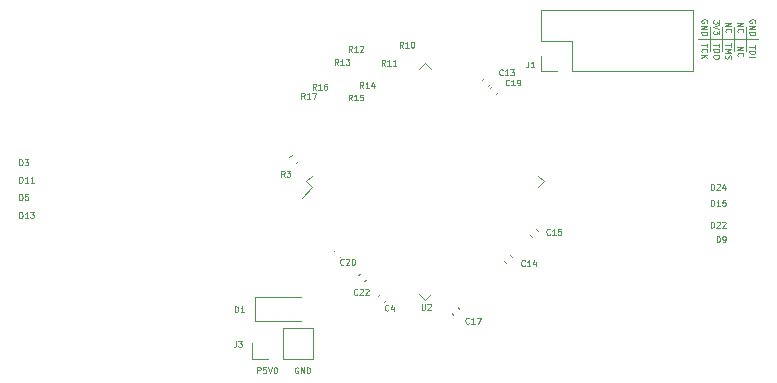
<source format=gbr>
%TF.GenerationSoftware,KiCad,Pcbnew,(5.1.10)-1*%
%TF.CreationDate,2021-07-24T11:21:25+02:00*%
%TF.ProjectId,Trugbild,54727567-6269-46c6-942e-6b696361645f,rev?*%
%TF.SameCoordinates,Original*%
%TF.FileFunction,Legend,Top*%
%TF.FilePolarity,Positive*%
%FSLAX46Y46*%
G04 Gerber Fmt 4.6, Leading zero omitted, Abs format (unit mm)*
G04 Created by KiCad (PCBNEW (5.1.10)-1) date 2021-07-24 11:21:25*
%MOMM*%
%LPD*%
G01*
G04 APERTURE LIST*
%ADD10C,0.125000*%
%ADD11C,0.120000*%
G04 APERTURE END LIST*
D10*
X138355047Y-118954000D02*
X138307428Y-118930190D01*
X138236000Y-118930190D01*
X138164571Y-118954000D01*
X138116952Y-119001619D01*
X138093142Y-119049238D01*
X138069333Y-119144476D01*
X138069333Y-119215904D01*
X138093142Y-119311142D01*
X138116952Y-119358761D01*
X138164571Y-119406380D01*
X138236000Y-119430190D01*
X138283619Y-119430190D01*
X138355047Y-119406380D01*
X138378857Y-119382571D01*
X138378857Y-119215904D01*
X138283619Y-119215904D01*
X138593142Y-119430190D02*
X138593142Y-118930190D01*
X138878857Y-119430190D01*
X138878857Y-118930190D01*
X139116952Y-119430190D02*
X139116952Y-118930190D01*
X139236000Y-118930190D01*
X139307428Y-118954000D01*
X139355047Y-119001619D01*
X139378857Y-119049238D01*
X139402666Y-119144476D01*
X139402666Y-119215904D01*
X139378857Y-119311142D01*
X139355047Y-119358761D01*
X139307428Y-119406380D01*
X139236000Y-119430190D01*
X139116952Y-119430190D01*
X134914571Y-119430190D02*
X134914571Y-118930190D01*
X135105047Y-118930190D01*
X135152666Y-118954000D01*
X135176476Y-118977809D01*
X135200285Y-119025428D01*
X135200285Y-119096857D01*
X135176476Y-119144476D01*
X135152666Y-119168285D01*
X135105047Y-119192095D01*
X134914571Y-119192095D01*
X135652666Y-118930190D02*
X135414571Y-118930190D01*
X135390761Y-119168285D01*
X135414571Y-119144476D01*
X135462190Y-119120666D01*
X135581238Y-119120666D01*
X135628857Y-119144476D01*
X135652666Y-119168285D01*
X135676476Y-119215904D01*
X135676476Y-119334952D01*
X135652666Y-119382571D01*
X135628857Y-119406380D01*
X135581238Y-119430190D01*
X135462190Y-119430190D01*
X135414571Y-119406380D01*
X135390761Y-119382571D01*
X135819333Y-118930190D02*
X135986000Y-119430190D01*
X136152666Y-118930190D01*
X136414571Y-118930190D02*
X136462190Y-118930190D01*
X136509809Y-118954000D01*
X136533619Y-118977809D01*
X136557428Y-119025428D01*
X136581238Y-119120666D01*
X136581238Y-119239714D01*
X136557428Y-119334952D01*
X136533619Y-119382571D01*
X136509809Y-119406380D01*
X136462190Y-119430190D01*
X136414571Y-119430190D01*
X136366952Y-119406380D01*
X136343142Y-119382571D01*
X136319333Y-119334952D01*
X136295523Y-119239714D01*
X136295523Y-119120666D01*
X136319333Y-119025428D01*
X136343142Y-118977809D01*
X136366952Y-118954000D01*
X136414571Y-118930190D01*
X175567809Y-91793142D02*
X176067809Y-91793142D01*
X175567809Y-92078857D01*
X176067809Y-92078857D01*
X175615428Y-92602666D02*
X175591619Y-92578857D01*
X175567809Y-92507428D01*
X175567809Y-92459809D01*
X175591619Y-92388380D01*
X175639238Y-92340761D01*
X175686857Y-92316952D01*
X175782095Y-92293142D01*
X175853523Y-92293142D01*
X175948761Y-92316952D01*
X175996380Y-92340761D01*
X176044000Y-92388380D01*
X176067809Y-92459809D01*
X176067809Y-92507428D01*
X176044000Y-92578857D01*
X176020190Y-92602666D01*
X175051809Y-91519333D02*
X175051809Y-91805047D01*
X174551809Y-91662190D02*
X175051809Y-91662190D01*
X174551809Y-91971714D02*
X175051809Y-91971714D01*
X174694666Y-92138380D01*
X175051809Y-92305047D01*
X174551809Y-92305047D01*
X174575619Y-92519333D02*
X174551809Y-92590761D01*
X174551809Y-92709809D01*
X174575619Y-92757428D01*
X174599428Y-92781238D01*
X174647047Y-92805047D01*
X174694666Y-92805047D01*
X174742285Y-92781238D01*
X174766095Y-92757428D01*
X174789904Y-92709809D01*
X174813714Y-92614571D01*
X174837523Y-92566952D01*
X174861333Y-92543142D01*
X174908952Y-92519333D01*
X174956571Y-92519333D01*
X175004190Y-92543142D01*
X175028000Y-92566952D01*
X175051809Y-92614571D01*
X175051809Y-92733619D01*
X175028000Y-92805047D01*
X174035809Y-91531238D02*
X174035809Y-91816952D01*
X173535809Y-91674095D02*
X174035809Y-91674095D01*
X173535809Y-91983619D02*
X174035809Y-91983619D01*
X174035809Y-92102666D01*
X174012000Y-92174095D01*
X173964380Y-92221714D01*
X173916761Y-92245523D01*
X173821523Y-92269333D01*
X173750095Y-92269333D01*
X173654857Y-92245523D01*
X173607238Y-92221714D01*
X173559619Y-92174095D01*
X173535809Y-92102666D01*
X173535809Y-91983619D01*
X174035809Y-92578857D02*
X174035809Y-92674095D01*
X174012000Y-92721714D01*
X173964380Y-92769333D01*
X173869142Y-92793142D01*
X173702476Y-92793142D01*
X173607238Y-92769333D01*
X173559619Y-92721714D01*
X173535809Y-92674095D01*
X173535809Y-92578857D01*
X173559619Y-92531238D01*
X173607238Y-92483619D01*
X173702476Y-92459809D01*
X173869142Y-92459809D01*
X173964380Y-92483619D01*
X174012000Y-92531238D01*
X174035809Y-92578857D01*
X173019809Y-91543142D02*
X173019809Y-91828857D01*
X172519809Y-91686000D02*
X173019809Y-91686000D01*
X172567428Y-92281238D02*
X172543619Y-92257428D01*
X172519809Y-92186000D01*
X172519809Y-92138380D01*
X172543619Y-92066952D01*
X172591238Y-92019333D01*
X172638857Y-91995523D01*
X172734095Y-91971714D01*
X172805523Y-91971714D01*
X172900761Y-91995523D01*
X172948380Y-92019333D01*
X172996000Y-92066952D01*
X173019809Y-92138380D01*
X173019809Y-92186000D01*
X172996000Y-92257428D01*
X172972190Y-92281238D01*
X172519809Y-92495523D02*
X173019809Y-92495523D01*
X172519809Y-92781238D02*
X172805523Y-92566952D01*
X173019809Y-92781238D02*
X172734095Y-92495523D01*
X172996000Y-89773047D02*
X173019809Y-89725428D01*
X173019809Y-89654000D01*
X172996000Y-89582571D01*
X172948380Y-89534952D01*
X172900761Y-89511142D01*
X172805523Y-89487333D01*
X172734095Y-89487333D01*
X172638857Y-89511142D01*
X172591238Y-89534952D01*
X172543619Y-89582571D01*
X172519809Y-89654000D01*
X172519809Y-89701619D01*
X172543619Y-89773047D01*
X172567428Y-89796857D01*
X172734095Y-89796857D01*
X172734095Y-89701619D01*
X172519809Y-90011142D02*
X173019809Y-90011142D01*
X172519809Y-90296857D01*
X173019809Y-90296857D01*
X172519809Y-90534952D02*
X173019809Y-90534952D01*
X173019809Y-90654000D01*
X172996000Y-90725428D01*
X172948380Y-90773047D01*
X172900761Y-90796857D01*
X172805523Y-90820666D01*
X172734095Y-90820666D01*
X172638857Y-90796857D01*
X172591238Y-90773047D01*
X172543619Y-90725428D01*
X172519809Y-90654000D01*
X172519809Y-90534952D01*
X174035809Y-89534952D02*
X174035809Y-89844476D01*
X173845333Y-89677809D01*
X173845333Y-89749238D01*
X173821523Y-89796857D01*
X173797714Y-89820666D01*
X173750095Y-89844476D01*
X173631047Y-89844476D01*
X173583428Y-89820666D01*
X173559619Y-89796857D01*
X173535809Y-89749238D01*
X173535809Y-89606380D01*
X173559619Y-89558761D01*
X173583428Y-89534952D01*
X174035809Y-89987333D02*
X173535809Y-90154000D01*
X174035809Y-90320666D01*
X174035809Y-90439714D02*
X174035809Y-90749238D01*
X173845333Y-90582571D01*
X173845333Y-90654000D01*
X173821523Y-90701619D01*
X173797714Y-90725428D01*
X173750095Y-90749238D01*
X173631047Y-90749238D01*
X173583428Y-90725428D01*
X173559619Y-90701619D01*
X173535809Y-90654000D01*
X173535809Y-90511142D01*
X173559619Y-90463523D01*
X173583428Y-90439714D01*
X174551809Y-89761142D02*
X175051809Y-89761142D01*
X174551809Y-90046857D01*
X175051809Y-90046857D01*
X174599428Y-90570666D02*
X174575619Y-90546857D01*
X174551809Y-90475428D01*
X174551809Y-90427809D01*
X174575619Y-90356380D01*
X174623238Y-90308761D01*
X174670857Y-90284952D01*
X174766095Y-90261142D01*
X174837523Y-90261142D01*
X174932761Y-90284952D01*
X174980380Y-90308761D01*
X175028000Y-90356380D01*
X175051809Y-90427809D01*
X175051809Y-90475428D01*
X175028000Y-90546857D01*
X175004190Y-90570666D01*
X175567809Y-89761142D02*
X176067809Y-89761142D01*
X175567809Y-90046857D01*
X176067809Y-90046857D01*
X175615428Y-90570666D02*
X175591619Y-90546857D01*
X175567809Y-90475428D01*
X175567809Y-90427809D01*
X175591619Y-90356380D01*
X175639238Y-90308761D01*
X175686857Y-90284952D01*
X175782095Y-90261142D01*
X175853523Y-90261142D01*
X175948761Y-90284952D01*
X175996380Y-90308761D01*
X176044000Y-90356380D01*
X176067809Y-90427809D01*
X176067809Y-90475428D01*
X176044000Y-90546857D01*
X176020190Y-90570666D01*
X177060000Y-89773047D02*
X177083809Y-89725428D01*
X177083809Y-89654000D01*
X177060000Y-89582571D01*
X177012380Y-89534952D01*
X176964761Y-89511142D01*
X176869523Y-89487333D01*
X176798095Y-89487333D01*
X176702857Y-89511142D01*
X176655238Y-89534952D01*
X176607619Y-89582571D01*
X176583809Y-89654000D01*
X176583809Y-89701619D01*
X176607619Y-89773047D01*
X176631428Y-89796857D01*
X176798095Y-89796857D01*
X176798095Y-89701619D01*
X176583809Y-90011142D02*
X177083809Y-90011142D01*
X176583809Y-90296857D01*
X177083809Y-90296857D01*
X176583809Y-90534952D02*
X177083809Y-90534952D01*
X177083809Y-90654000D01*
X177060000Y-90725428D01*
X177012380Y-90773047D01*
X176964761Y-90796857D01*
X176869523Y-90820666D01*
X176798095Y-90820666D01*
X176702857Y-90796857D01*
X176655238Y-90773047D01*
X176607619Y-90725428D01*
X176583809Y-90654000D01*
X176583809Y-90534952D01*
X176302000Y-90154000D02*
X176302000Y-92186000D01*
X175286000Y-90154000D02*
X175286000Y-92186000D01*
X174270000Y-90154000D02*
X174270000Y-92186000D01*
X173254000Y-90154000D02*
X173254000Y-92186000D01*
X177318000Y-91170000D02*
X172238000Y-91170000D01*
X177083809Y-91674095D02*
X177083809Y-91959809D01*
X176583809Y-91816952D02*
X177083809Y-91816952D01*
X176583809Y-92126476D02*
X177083809Y-92126476D01*
X177083809Y-92245523D01*
X177060000Y-92316952D01*
X177012380Y-92364571D01*
X176964761Y-92388380D01*
X176869523Y-92412190D01*
X176798095Y-92412190D01*
X176702857Y-92388380D01*
X176655238Y-92364571D01*
X176607619Y-92316952D01*
X176583809Y-92245523D01*
X176583809Y-92126476D01*
X176583809Y-92626476D02*
X177083809Y-92626476D01*
D11*
%TO.C,U2*%
X139569916Y-103694975D02*
X138657749Y-104607142D01*
X139074942Y-103200000D02*
X139569916Y-103694975D01*
X139569916Y-102705025D02*
X139074942Y-103200000D01*
X149130000Y-93144942D02*
X149624975Y-93639916D01*
X148635025Y-93639916D02*
X149130000Y-93144942D01*
X149130000Y-113255058D02*
X148635025Y-112760084D01*
X149624975Y-112760084D02*
X149130000Y-113255058D01*
X159185058Y-103200000D02*
X158690084Y-102705025D01*
X158690084Y-103694975D02*
X159185058Y-103200000D01*
%TO.C,J1*%
X158970000Y-93880000D02*
X158970000Y-92550000D01*
X160300000Y-93880000D02*
X158970000Y-93880000D01*
X158970000Y-91280000D02*
X158970000Y-88680000D01*
X161570000Y-91280000D02*
X158970000Y-91280000D01*
X161570000Y-93880000D02*
X161570000Y-91280000D01*
X158970000Y-88680000D02*
X171790000Y-88680000D01*
X161570000Y-93880000D02*
X171790000Y-93880000D01*
X171790000Y-93880000D02*
X171790000Y-88680000D01*
%TO.C,R3*%
X138160060Y-101677341D02*
X138377341Y-101460060D01*
X137622659Y-101139940D02*
X137839940Y-100922659D01*
%TO.C,C22*%
X143582282Y-111008601D02*
X143429779Y-111161104D01*
X144091399Y-111517718D02*
X143938896Y-111670221D01*
%TO.C,C20*%
X141521693Y-108969190D02*
X141369190Y-109121693D01*
X142030810Y-109478307D02*
X141878307Y-109630810D01*
%TO.C,C19*%
X155117718Y-95791399D02*
X155270221Y-95638896D01*
X154608601Y-95282282D02*
X154761104Y-95129779D01*
%TO.C,C17*%
X151369190Y-114378307D02*
X151521693Y-114530810D01*
X151878307Y-113869190D02*
X152030810Y-114021693D01*
%TO.C,C15*%
X158008601Y-107717718D02*
X158161104Y-107870221D01*
X158517718Y-107208601D02*
X158670221Y-107361104D01*
%TO.C,C14*%
X155779190Y-109918307D02*
X155931693Y-110070810D01*
X156288307Y-109409190D02*
X156440810Y-109561693D01*
%TO.C,C13*%
X154478307Y-95130810D02*
X154630810Y-94978307D01*
X153969190Y-94621693D02*
X154121693Y-94469190D01*
%TO.C,C4*%
X145321693Y-112769190D02*
X145169190Y-112921693D01*
X145830810Y-113278307D02*
X145678307Y-113430810D01*
%TO.C,D1*%
X134750000Y-113000000D02*
X138650000Y-113000000D01*
X134750000Y-115000000D02*
X138650000Y-115000000D01*
X134750000Y-113000000D02*
X134750000Y-115000000D01*
%TO.C,J3*%
X134470000Y-118230000D02*
X134470000Y-116900000D01*
X135800000Y-118230000D02*
X134470000Y-118230000D01*
X137070000Y-118230000D02*
X137070000Y-115570000D01*
X137070000Y-115570000D02*
X139670000Y-115570000D01*
X137070000Y-118230000D02*
X139670000Y-118230000D01*
X139670000Y-118230000D02*
X139670000Y-115570000D01*
%TO.C,U2*%
D10*
X148818648Y-113568990D02*
X148818648Y-113973752D01*
X148842458Y-114021371D01*
X148866267Y-114045180D01*
X148913886Y-114068990D01*
X149009124Y-114068990D01*
X149056743Y-114045180D01*
X149080553Y-114021371D01*
X149104362Y-113973752D01*
X149104362Y-113568990D01*
X149318648Y-113616609D02*
X149342458Y-113592800D01*
X149390077Y-113568990D01*
X149509124Y-113568990D01*
X149556743Y-113592800D01*
X149580553Y-113616609D01*
X149604362Y-113664228D01*
X149604362Y-113711847D01*
X149580553Y-113783276D01*
X149294839Y-114068990D01*
X149604362Y-114068990D01*
%TO.C,J1*%
X157872133Y-93045790D02*
X157872133Y-93402933D01*
X157848323Y-93474361D01*
X157800704Y-93521980D01*
X157729276Y-93545790D01*
X157681657Y-93545790D01*
X158372133Y-93545790D02*
X158086419Y-93545790D01*
X158229276Y-93545790D02*
X158229276Y-93045790D01*
X158181657Y-93117219D01*
X158134038Y-93164838D01*
X158086419Y-93188647D01*
%TO.C,R17*%
X138921371Y-96187390D02*
X138754704Y-95949295D01*
X138635657Y-96187390D02*
X138635657Y-95687390D01*
X138826133Y-95687390D01*
X138873752Y-95711200D01*
X138897561Y-95735009D01*
X138921371Y-95782628D01*
X138921371Y-95854057D01*
X138897561Y-95901676D01*
X138873752Y-95925485D01*
X138826133Y-95949295D01*
X138635657Y-95949295D01*
X139397561Y-96187390D02*
X139111847Y-96187390D01*
X139254704Y-96187390D02*
X139254704Y-95687390D01*
X139207085Y-95758819D01*
X139159466Y-95806438D01*
X139111847Y-95830247D01*
X139564228Y-95687390D02*
X139897561Y-95687390D01*
X139683276Y-96187390D01*
%TO.C,R16*%
X139886571Y-95425390D02*
X139719904Y-95187295D01*
X139600857Y-95425390D02*
X139600857Y-94925390D01*
X139791333Y-94925390D01*
X139838952Y-94949200D01*
X139862761Y-94973009D01*
X139886571Y-95020628D01*
X139886571Y-95092057D01*
X139862761Y-95139676D01*
X139838952Y-95163485D01*
X139791333Y-95187295D01*
X139600857Y-95187295D01*
X140362761Y-95425390D02*
X140077047Y-95425390D01*
X140219904Y-95425390D02*
X140219904Y-94925390D01*
X140172285Y-94996819D01*
X140124666Y-95044438D01*
X140077047Y-95068247D01*
X140791333Y-94925390D02*
X140696095Y-94925390D01*
X140648476Y-94949200D01*
X140624666Y-94973009D01*
X140577047Y-95044438D01*
X140553238Y-95139676D01*
X140553238Y-95330152D01*
X140577047Y-95377771D01*
X140600857Y-95401580D01*
X140648476Y-95425390D01*
X140743714Y-95425390D01*
X140791333Y-95401580D01*
X140815142Y-95377771D01*
X140838952Y-95330152D01*
X140838952Y-95211104D01*
X140815142Y-95163485D01*
X140791333Y-95139676D01*
X140743714Y-95115866D01*
X140648476Y-95115866D01*
X140600857Y-95139676D01*
X140577047Y-95163485D01*
X140553238Y-95211104D01*
%TO.C,R15*%
X142934571Y-96339790D02*
X142767904Y-96101695D01*
X142648857Y-96339790D02*
X142648857Y-95839790D01*
X142839333Y-95839790D01*
X142886952Y-95863600D01*
X142910761Y-95887409D01*
X142934571Y-95935028D01*
X142934571Y-96006457D01*
X142910761Y-96054076D01*
X142886952Y-96077885D01*
X142839333Y-96101695D01*
X142648857Y-96101695D01*
X143410761Y-96339790D02*
X143125047Y-96339790D01*
X143267904Y-96339790D02*
X143267904Y-95839790D01*
X143220285Y-95911219D01*
X143172666Y-95958838D01*
X143125047Y-95982647D01*
X143863142Y-95839790D02*
X143625047Y-95839790D01*
X143601238Y-96077885D01*
X143625047Y-96054076D01*
X143672666Y-96030266D01*
X143791714Y-96030266D01*
X143839333Y-96054076D01*
X143863142Y-96077885D01*
X143886952Y-96125504D01*
X143886952Y-96244552D01*
X143863142Y-96292171D01*
X143839333Y-96315980D01*
X143791714Y-96339790D01*
X143672666Y-96339790D01*
X143625047Y-96315980D01*
X143601238Y-96292171D01*
%TO.C,R14*%
X143899771Y-95272990D02*
X143733104Y-95034895D01*
X143614057Y-95272990D02*
X143614057Y-94772990D01*
X143804533Y-94772990D01*
X143852152Y-94796800D01*
X143875961Y-94820609D01*
X143899771Y-94868228D01*
X143899771Y-94939657D01*
X143875961Y-94987276D01*
X143852152Y-95011085D01*
X143804533Y-95034895D01*
X143614057Y-95034895D01*
X144375961Y-95272990D02*
X144090247Y-95272990D01*
X144233104Y-95272990D02*
X144233104Y-94772990D01*
X144185485Y-94844419D01*
X144137866Y-94892038D01*
X144090247Y-94915847D01*
X144804533Y-94939657D02*
X144804533Y-95272990D01*
X144685485Y-94749180D02*
X144566438Y-95106323D01*
X144875961Y-95106323D01*
%TO.C,R13*%
X141766171Y-93342590D02*
X141599504Y-93104495D01*
X141480457Y-93342590D02*
X141480457Y-92842590D01*
X141670933Y-92842590D01*
X141718552Y-92866400D01*
X141742361Y-92890209D01*
X141766171Y-92937828D01*
X141766171Y-93009257D01*
X141742361Y-93056876D01*
X141718552Y-93080685D01*
X141670933Y-93104495D01*
X141480457Y-93104495D01*
X142242361Y-93342590D02*
X141956647Y-93342590D01*
X142099504Y-93342590D02*
X142099504Y-92842590D01*
X142051885Y-92914019D01*
X142004266Y-92961638D01*
X141956647Y-92985447D01*
X142409028Y-92842590D02*
X142718552Y-92842590D01*
X142551885Y-93033066D01*
X142623314Y-93033066D01*
X142670933Y-93056876D01*
X142694742Y-93080685D01*
X142718552Y-93128304D01*
X142718552Y-93247352D01*
X142694742Y-93294971D01*
X142670933Y-93318780D01*
X142623314Y-93342590D01*
X142480457Y-93342590D01*
X142432838Y-93318780D01*
X142409028Y-93294971D01*
%TO.C,R12*%
X142934571Y-92224990D02*
X142767904Y-91986895D01*
X142648857Y-92224990D02*
X142648857Y-91724990D01*
X142839333Y-91724990D01*
X142886952Y-91748800D01*
X142910761Y-91772609D01*
X142934571Y-91820228D01*
X142934571Y-91891657D01*
X142910761Y-91939276D01*
X142886952Y-91963085D01*
X142839333Y-91986895D01*
X142648857Y-91986895D01*
X143410761Y-92224990D02*
X143125047Y-92224990D01*
X143267904Y-92224990D02*
X143267904Y-91724990D01*
X143220285Y-91796419D01*
X143172666Y-91844038D01*
X143125047Y-91867847D01*
X143601238Y-91772609D02*
X143625047Y-91748800D01*
X143672666Y-91724990D01*
X143791714Y-91724990D01*
X143839333Y-91748800D01*
X143863142Y-91772609D01*
X143886952Y-91820228D01*
X143886952Y-91867847D01*
X143863142Y-91939276D01*
X143577428Y-92224990D01*
X143886952Y-92224990D01*
%TO.C,R11*%
X145728571Y-93393390D02*
X145561904Y-93155295D01*
X145442857Y-93393390D02*
X145442857Y-92893390D01*
X145633333Y-92893390D01*
X145680952Y-92917200D01*
X145704761Y-92941009D01*
X145728571Y-92988628D01*
X145728571Y-93060057D01*
X145704761Y-93107676D01*
X145680952Y-93131485D01*
X145633333Y-93155295D01*
X145442857Y-93155295D01*
X146204761Y-93393390D02*
X145919047Y-93393390D01*
X146061904Y-93393390D02*
X146061904Y-92893390D01*
X146014285Y-92964819D01*
X145966666Y-93012438D01*
X145919047Y-93036247D01*
X146680952Y-93393390D02*
X146395238Y-93393390D01*
X146538095Y-93393390D02*
X146538095Y-92893390D01*
X146490476Y-92964819D01*
X146442857Y-93012438D01*
X146395238Y-93036247D01*
%TO.C,R10*%
X147252571Y-91869390D02*
X147085904Y-91631295D01*
X146966857Y-91869390D02*
X146966857Y-91369390D01*
X147157333Y-91369390D01*
X147204952Y-91393200D01*
X147228761Y-91417009D01*
X147252571Y-91464628D01*
X147252571Y-91536057D01*
X147228761Y-91583676D01*
X147204952Y-91607485D01*
X147157333Y-91631295D01*
X146966857Y-91631295D01*
X147728761Y-91869390D02*
X147443047Y-91869390D01*
X147585904Y-91869390D02*
X147585904Y-91369390D01*
X147538285Y-91440819D01*
X147490666Y-91488438D01*
X147443047Y-91512247D01*
X148038285Y-91369390D02*
X148085904Y-91369390D01*
X148133523Y-91393200D01*
X148157333Y-91417009D01*
X148181142Y-91464628D01*
X148204952Y-91559866D01*
X148204952Y-91678914D01*
X148181142Y-91774152D01*
X148157333Y-91821771D01*
X148133523Y-91845580D01*
X148085904Y-91869390D01*
X148038285Y-91869390D01*
X147990666Y-91845580D01*
X147966857Y-91821771D01*
X147943047Y-91774152D01*
X147919238Y-91678914D01*
X147919238Y-91559866D01*
X147943047Y-91464628D01*
X147966857Y-91417009D01*
X147990666Y-91393200D01*
X148038285Y-91369390D01*
%TO.C,R3*%
X137229066Y-102791390D02*
X137062400Y-102553295D01*
X136943352Y-102791390D02*
X136943352Y-102291390D01*
X137133828Y-102291390D01*
X137181447Y-102315200D01*
X137205257Y-102339009D01*
X137229066Y-102386628D01*
X137229066Y-102458057D01*
X137205257Y-102505676D01*
X137181447Y-102529485D01*
X137133828Y-102553295D01*
X136943352Y-102553295D01*
X137395733Y-102291390D02*
X137705257Y-102291390D01*
X137538590Y-102481866D01*
X137610019Y-102481866D01*
X137657638Y-102505676D01*
X137681447Y-102529485D01*
X137705257Y-102577104D01*
X137705257Y-102696152D01*
X137681447Y-102743771D01*
X137657638Y-102767580D01*
X137610019Y-102791390D01*
X137467161Y-102791390D01*
X137419542Y-102767580D01*
X137395733Y-102743771D01*
%TO.C,C22*%
X143391771Y-112751371D02*
X143367961Y-112775180D01*
X143296533Y-112798990D01*
X143248914Y-112798990D01*
X143177485Y-112775180D01*
X143129866Y-112727561D01*
X143106057Y-112679942D01*
X143082247Y-112584704D01*
X143082247Y-112513276D01*
X143106057Y-112418038D01*
X143129866Y-112370419D01*
X143177485Y-112322800D01*
X143248914Y-112298990D01*
X143296533Y-112298990D01*
X143367961Y-112322800D01*
X143391771Y-112346609D01*
X143582247Y-112346609D02*
X143606057Y-112322800D01*
X143653676Y-112298990D01*
X143772723Y-112298990D01*
X143820342Y-112322800D01*
X143844152Y-112346609D01*
X143867961Y-112394228D01*
X143867961Y-112441847D01*
X143844152Y-112513276D01*
X143558438Y-112798990D01*
X143867961Y-112798990D01*
X144058438Y-112346609D02*
X144082247Y-112322800D01*
X144129866Y-112298990D01*
X144248914Y-112298990D01*
X144296533Y-112322800D01*
X144320342Y-112346609D01*
X144344152Y-112394228D01*
X144344152Y-112441847D01*
X144320342Y-112513276D01*
X144034628Y-112798990D01*
X144344152Y-112798990D01*
%TO.C,C20*%
X142223371Y-110211371D02*
X142199561Y-110235180D01*
X142128133Y-110258990D01*
X142080514Y-110258990D01*
X142009085Y-110235180D01*
X141961466Y-110187561D01*
X141937657Y-110139942D01*
X141913847Y-110044704D01*
X141913847Y-109973276D01*
X141937657Y-109878038D01*
X141961466Y-109830419D01*
X142009085Y-109782800D01*
X142080514Y-109758990D01*
X142128133Y-109758990D01*
X142199561Y-109782800D01*
X142223371Y-109806609D01*
X142413847Y-109806609D02*
X142437657Y-109782800D01*
X142485276Y-109758990D01*
X142604323Y-109758990D01*
X142651942Y-109782800D01*
X142675752Y-109806609D01*
X142699561Y-109854228D01*
X142699561Y-109901847D01*
X142675752Y-109973276D01*
X142390038Y-110258990D01*
X142699561Y-110258990D01*
X143009085Y-109758990D02*
X143056704Y-109758990D01*
X143104323Y-109782800D01*
X143128133Y-109806609D01*
X143151942Y-109854228D01*
X143175752Y-109949466D01*
X143175752Y-110068514D01*
X143151942Y-110163752D01*
X143128133Y-110211371D01*
X143104323Y-110235180D01*
X143056704Y-110258990D01*
X143009085Y-110258990D01*
X142961466Y-110235180D01*
X142937657Y-110211371D01*
X142913847Y-110163752D01*
X142890038Y-110068514D01*
X142890038Y-109949466D01*
X142913847Y-109854228D01*
X142937657Y-109806609D01*
X142961466Y-109782800D01*
X143009085Y-109758990D01*
%TO.C,C19*%
X156244171Y-95022171D02*
X156220361Y-95045980D01*
X156148933Y-95069790D01*
X156101314Y-95069790D01*
X156029885Y-95045980D01*
X155982266Y-94998361D01*
X155958457Y-94950742D01*
X155934647Y-94855504D01*
X155934647Y-94784076D01*
X155958457Y-94688838D01*
X155982266Y-94641219D01*
X156029885Y-94593600D01*
X156101314Y-94569790D01*
X156148933Y-94569790D01*
X156220361Y-94593600D01*
X156244171Y-94617409D01*
X156720361Y-95069790D02*
X156434647Y-95069790D01*
X156577504Y-95069790D02*
X156577504Y-94569790D01*
X156529885Y-94641219D01*
X156482266Y-94688838D01*
X156434647Y-94712647D01*
X156958457Y-95069790D02*
X157053695Y-95069790D01*
X157101314Y-95045980D01*
X157125123Y-95022171D01*
X157172742Y-94950742D01*
X157196552Y-94855504D01*
X157196552Y-94665028D01*
X157172742Y-94617409D01*
X157148933Y-94593600D01*
X157101314Y-94569790D01*
X157006076Y-94569790D01*
X156958457Y-94593600D01*
X156934647Y-94617409D01*
X156910838Y-94665028D01*
X156910838Y-94784076D01*
X156934647Y-94831695D01*
X156958457Y-94855504D01*
X157006076Y-94879314D01*
X157101314Y-94879314D01*
X157148933Y-94855504D01*
X157172742Y-94831695D01*
X157196552Y-94784076D01*
%TO.C,C17*%
X152840571Y-115189771D02*
X152816761Y-115213580D01*
X152745333Y-115237390D01*
X152697714Y-115237390D01*
X152626285Y-115213580D01*
X152578666Y-115165961D01*
X152554857Y-115118342D01*
X152531047Y-115023104D01*
X152531047Y-114951676D01*
X152554857Y-114856438D01*
X152578666Y-114808819D01*
X152626285Y-114761200D01*
X152697714Y-114737390D01*
X152745333Y-114737390D01*
X152816761Y-114761200D01*
X152840571Y-114785009D01*
X153316761Y-115237390D02*
X153031047Y-115237390D01*
X153173904Y-115237390D02*
X153173904Y-114737390D01*
X153126285Y-114808819D01*
X153078666Y-114856438D01*
X153031047Y-114880247D01*
X153483428Y-114737390D02*
X153816761Y-114737390D01*
X153602476Y-115237390D01*
%TO.C,C15*%
X159698571Y-107671371D02*
X159674761Y-107695180D01*
X159603333Y-107718990D01*
X159555714Y-107718990D01*
X159484285Y-107695180D01*
X159436666Y-107647561D01*
X159412857Y-107599942D01*
X159389047Y-107504704D01*
X159389047Y-107433276D01*
X159412857Y-107338038D01*
X159436666Y-107290419D01*
X159484285Y-107242800D01*
X159555714Y-107218990D01*
X159603333Y-107218990D01*
X159674761Y-107242800D01*
X159698571Y-107266609D01*
X160174761Y-107718990D02*
X159889047Y-107718990D01*
X160031904Y-107718990D02*
X160031904Y-107218990D01*
X159984285Y-107290419D01*
X159936666Y-107338038D01*
X159889047Y-107361847D01*
X160627142Y-107218990D02*
X160389047Y-107218990D01*
X160365238Y-107457085D01*
X160389047Y-107433276D01*
X160436666Y-107409466D01*
X160555714Y-107409466D01*
X160603333Y-107433276D01*
X160627142Y-107457085D01*
X160650952Y-107504704D01*
X160650952Y-107623752D01*
X160627142Y-107671371D01*
X160603333Y-107695180D01*
X160555714Y-107718990D01*
X160436666Y-107718990D01*
X160389047Y-107695180D01*
X160365238Y-107671371D01*
%TO.C,C14*%
X157564971Y-110312970D02*
X157541161Y-110336779D01*
X157469733Y-110360589D01*
X157422114Y-110360589D01*
X157350685Y-110336779D01*
X157303066Y-110289160D01*
X157279257Y-110241541D01*
X157255447Y-110146303D01*
X157255447Y-110074875D01*
X157279257Y-109979637D01*
X157303066Y-109932018D01*
X157350685Y-109884399D01*
X157422114Y-109860589D01*
X157469733Y-109860589D01*
X157541161Y-109884399D01*
X157564971Y-109908208D01*
X158041161Y-110360589D02*
X157755447Y-110360589D01*
X157898304Y-110360589D02*
X157898304Y-109860589D01*
X157850685Y-109932018D01*
X157803066Y-109979637D01*
X157755447Y-110003446D01*
X158469733Y-110027256D02*
X158469733Y-110360589D01*
X158350685Y-109836779D02*
X158231638Y-110193922D01*
X158541161Y-110193922D01*
%TO.C,C13*%
X155685370Y-94158571D02*
X155661560Y-94182380D01*
X155590132Y-94206190D01*
X155542513Y-94206190D01*
X155471084Y-94182380D01*
X155423465Y-94134761D01*
X155399656Y-94087142D01*
X155375846Y-93991904D01*
X155375846Y-93920476D01*
X155399656Y-93825238D01*
X155423465Y-93777619D01*
X155471084Y-93730000D01*
X155542513Y-93706190D01*
X155590132Y-93706190D01*
X155661560Y-93730000D01*
X155685370Y-93753809D01*
X156161560Y-94206190D02*
X155875846Y-94206190D01*
X156018703Y-94206190D02*
X156018703Y-93706190D01*
X155971084Y-93777619D01*
X155923465Y-93825238D01*
X155875846Y-93849047D01*
X156328227Y-93706190D02*
X156637751Y-93706190D01*
X156471084Y-93896666D01*
X156542513Y-93896666D01*
X156590132Y-93920476D01*
X156613941Y-93944285D01*
X156637751Y-93991904D01*
X156637751Y-94110952D01*
X156613941Y-94158571D01*
X156590132Y-94182380D01*
X156542513Y-94206190D01*
X156399656Y-94206190D01*
X156352037Y-94182380D01*
X156328227Y-94158571D01*
%TO.C,C4*%
X146017466Y-114098815D02*
X145993657Y-114122624D01*
X145922228Y-114146434D01*
X145874609Y-114146434D01*
X145803180Y-114122624D01*
X145755561Y-114075005D01*
X145731752Y-114027386D01*
X145707942Y-113932148D01*
X145707942Y-113860720D01*
X145731752Y-113765482D01*
X145755561Y-113717863D01*
X145803180Y-113670244D01*
X145874609Y-113646434D01*
X145922228Y-113646434D01*
X145993657Y-113670244D01*
X146017466Y-113694053D01*
X146446038Y-113813101D02*
X146446038Y-114146434D01*
X146326990Y-113622624D02*
X146207942Y-113979767D01*
X146517466Y-113979767D01*
%TO.C,D24*%
X173332057Y-103908990D02*
X173332057Y-103408990D01*
X173451104Y-103408990D01*
X173522533Y-103432800D01*
X173570152Y-103480419D01*
X173593961Y-103528038D01*
X173617771Y-103623276D01*
X173617771Y-103694704D01*
X173593961Y-103789942D01*
X173570152Y-103837561D01*
X173522533Y-103885180D01*
X173451104Y-103908990D01*
X173332057Y-103908990D01*
X173808247Y-103456609D02*
X173832057Y-103432800D01*
X173879676Y-103408990D01*
X173998723Y-103408990D01*
X174046342Y-103432800D01*
X174070152Y-103456609D01*
X174093961Y-103504228D01*
X174093961Y-103551847D01*
X174070152Y-103623276D01*
X173784438Y-103908990D01*
X174093961Y-103908990D01*
X174522533Y-103575657D02*
X174522533Y-103908990D01*
X174403485Y-103385180D02*
X174284438Y-103742323D01*
X174593961Y-103742323D01*
%TO.C,D22*%
X173332057Y-107109390D02*
X173332057Y-106609390D01*
X173451104Y-106609390D01*
X173522533Y-106633200D01*
X173570152Y-106680819D01*
X173593961Y-106728438D01*
X173617771Y-106823676D01*
X173617771Y-106895104D01*
X173593961Y-106990342D01*
X173570152Y-107037961D01*
X173522533Y-107085580D01*
X173451104Y-107109390D01*
X173332057Y-107109390D01*
X173808247Y-106657009D02*
X173832057Y-106633200D01*
X173879676Y-106609390D01*
X173998723Y-106609390D01*
X174046342Y-106633200D01*
X174070152Y-106657009D01*
X174093961Y-106704628D01*
X174093961Y-106752247D01*
X174070152Y-106823676D01*
X173784438Y-107109390D01*
X174093961Y-107109390D01*
X174284438Y-106657009D02*
X174308247Y-106633200D01*
X174355866Y-106609390D01*
X174474914Y-106609390D01*
X174522533Y-106633200D01*
X174546342Y-106657009D01*
X174570152Y-106704628D01*
X174570152Y-106752247D01*
X174546342Y-106823676D01*
X174260628Y-107109390D01*
X174570152Y-107109390D01*
%TO.C,D15*%
X173332057Y-105280590D02*
X173332057Y-104780590D01*
X173451104Y-104780590D01*
X173522533Y-104804400D01*
X173570152Y-104852019D01*
X173593961Y-104899638D01*
X173617771Y-104994876D01*
X173617771Y-105066304D01*
X173593961Y-105161542D01*
X173570152Y-105209161D01*
X173522533Y-105256780D01*
X173451104Y-105280590D01*
X173332057Y-105280590D01*
X174093961Y-105280590D02*
X173808247Y-105280590D01*
X173951104Y-105280590D02*
X173951104Y-104780590D01*
X173903485Y-104852019D01*
X173855866Y-104899638D01*
X173808247Y-104923447D01*
X174546342Y-104780590D02*
X174308247Y-104780590D01*
X174284438Y-105018685D01*
X174308247Y-104994876D01*
X174355866Y-104971066D01*
X174474914Y-104971066D01*
X174522533Y-104994876D01*
X174546342Y-105018685D01*
X174570152Y-105066304D01*
X174570152Y-105185352D01*
X174546342Y-105232971D01*
X174522533Y-105256780D01*
X174474914Y-105280590D01*
X174355866Y-105280590D01*
X174308247Y-105256780D01*
X174284438Y-105232971D01*
%TO.C,D13*%
X114759657Y-106296590D02*
X114759657Y-105796590D01*
X114878704Y-105796590D01*
X114950133Y-105820400D01*
X114997752Y-105868019D01*
X115021561Y-105915638D01*
X115045371Y-106010876D01*
X115045371Y-106082304D01*
X115021561Y-106177542D01*
X114997752Y-106225161D01*
X114950133Y-106272780D01*
X114878704Y-106296590D01*
X114759657Y-106296590D01*
X115521561Y-106296590D02*
X115235847Y-106296590D01*
X115378704Y-106296590D02*
X115378704Y-105796590D01*
X115331085Y-105868019D01*
X115283466Y-105915638D01*
X115235847Y-105939447D01*
X115688228Y-105796590D02*
X115997752Y-105796590D01*
X115831085Y-105987066D01*
X115902514Y-105987066D01*
X115950133Y-106010876D01*
X115973942Y-106034685D01*
X115997752Y-106082304D01*
X115997752Y-106201352D01*
X115973942Y-106248971D01*
X115950133Y-106272780D01*
X115902514Y-106296590D01*
X115759657Y-106296590D01*
X115712038Y-106272780D01*
X115688228Y-106248971D01*
%TO.C,D11*%
X114759657Y-103299390D02*
X114759657Y-102799390D01*
X114878704Y-102799390D01*
X114950133Y-102823200D01*
X114997752Y-102870819D01*
X115021561Y-102918438D01*
X115045371Y-103013676D01*
X115045371Y-103085104D01*
X115021561Y-103180342D01*
X114997752Y-103227961D01*
X114950133Y-103275580D01*
X114878704Y-103299390D01*
X114759657Y-103299390D01*
X115521561Y-103299390D02*
X115235847Y-103299390D01*
X115378704Y-103299390D02*
X115378704Y-102799390D01*
X115331085Y-102870819D01*
X115283466Y-102918438D01*
X115235847Y-102942247D01*
X115997752Y-103299390D02*
X115712038Y-103299390D01*
X115854895Y-103299390D02*
X115854895Y-102799390D01*
X115807276Y-102870819D01*
X115759657Y-102918438D01*
X115712038Y-102942247D01*
%TO.C,D9*%
X173808248Y-108328590D02*
X173808248Y-107828590D01*
X173927296Y-107828590D01*
X173998724Y-107852400D01*
X174046343Y-107900019D01*
X174070153Y-107947638D01*
X174093962Y-108042876D01*
X174093962Y-108114304D01*
X174070153Y-108209542D01*
X174046343Y-108257161D01*
X173998724Y-108304780D01*
X173927296Y-108328590D01*
X173808248Y-108328590D01*
X174332057Y-108328590D02*
X174427296Y-108328590D01*
X174474915Y-108304780D01*
X174498724Y-108280971D01*
X174546343Y-108209542D01*
X174570153Y-108114304D01*
X174570153Y-107923828D01*
X174546343Y-107876209D01*
X174522534Y-107852400D01*
X174474915Y-107828590D01*
X174379676Y-107828590D01*
X174332057Y-107852400D01*
X174308248Y-107876209D01*
X174284438Y-107923828D01*
X174284438Y-108042876D01*
X174308248Y-108090495D01*
X174332057Y-108114304D01*
X174379676Y-108138114D01*
X174474915Y-108138114D01*
X174522534Y-108114304D01*
X174546343Y-108090495D01*
X174570153Y-108042876D01*
%TO.C,D5*%
X114759657Y-104772590D02*
X114759657Y-104272590D01*
X114878705Y-104272590D01*
X114950133Y-104296400D01*
X114997752Y-104344019D01*
X115021562Y-104391638D01*
X115045371Y-104486876D01*
X115045371Y-104558304D01*
X115021562Y-104653542D01*
X114997752Y-104701161D01*
X114950133Y-104748780D01*
X114878705Y-104772590D01*
X114759657Y-104772590D01*
X115497752Y-104272590D02*
X115259657Y-104272590D01*
X115235847Y-104510685D01*
X115259657Y-104486876D01*
X115307276Y-104463066D01*
X115426324Y-104463066D01*
X115473943Y-104486876D01*
X115497752Y-104510685D01*
X115521562Y-104558304D01*
X115521562Y-104677352D01*
X115497752Y-104724971D01*
X115473943Y-104748780D01*
X115426324Y-104772590D01*
X115307276Y-104772590D01*
X115259657Y-104748780D01*
X115235847Y-104724971D01*
%TO.C,D3*%
X114759657Y-101826190D02*
X114759657Y-101326190D01*
X114878705Y-101326190D01*
X114950133Y-101350000D01*
X114997752Y-101397619D01*
X115021562Y-101445238D01*
X115045371Y-101540476D01*
X115045371Y-101611904D01*
X115021562Y-101707142D01*
X114997752Y-101754761D01*
X114950133Y-101802380D01*
X114878705Y-101826190D01*
X114759657Y-101826190D01*
X115212038Y-101326190D02*
X115521562Y-101326190D01*
X115354895Y-101516666D01*
X115426324Y-101516666D01*
X115473943Y-101540476D01*
X115497752Y-101564285D01*
X115521562Y-101611904D01*
X115521562Y-101730952D01*
X115497752Y-101778571D01*
X115473943Y-101802380D01*
X115426324Y-101826190D01*
X115283466Y-101826190D01*
X115235847Y-101802380D01*
X115212038Y-101778571D01*
%TO.C,D1*%
X133031752Y-114272190D02*
X133031752Y-113772190D01*
X133150800Y-113772190D01*
X133222228Y-113796000D01*
X133269847Y-113843619D01*
X133293657Y-113891238D01*
X133317466Y-113986476D01*
X133317466Y-114057904D01*
X133293657Y-114153142D01*
X133269847Y-114200761D01*
X133222228Y-114248380D01*
X133150800Y-114272190D01*
X133031752Y-114272190D01*
X133793657Y-114272190D02*
X133507942Y-114272190D01*
X133650800Y-114272190D02*
X133650800Y-113772190D01*
X133603180Y-113843619D01*
X133555561Y-113891238D01*
X133507942Y-113915047D01*
%TO.C,J3*%
X133115086Y-116718590D02*
X133115086Y-117075733D01*
X133091276Y-117147161D01*
X133043657Y-117194780D01*
X132972229Y-117218590D01*
X132924610Y-117218590D01*
X133305562Y-116718590D02*
X133615086Y-116718590D01*
X133448419Y-116909066D01*
X133519848Y-116909066D01*
X133567467Y-116932876D01*
X133591276Y-116956685D01*
X133615086Y-117004304D01*
X133615086Y-117123352D01*
X133591276Y-117170971D01*
X133567467Y-117194780D01*
X133519848Y-117218590D01*
X133376991Y-117218590D01*
X133329372Y-117194780D01*
X133305562Y-117170971D01*
%TD*%
M02*

</source>
